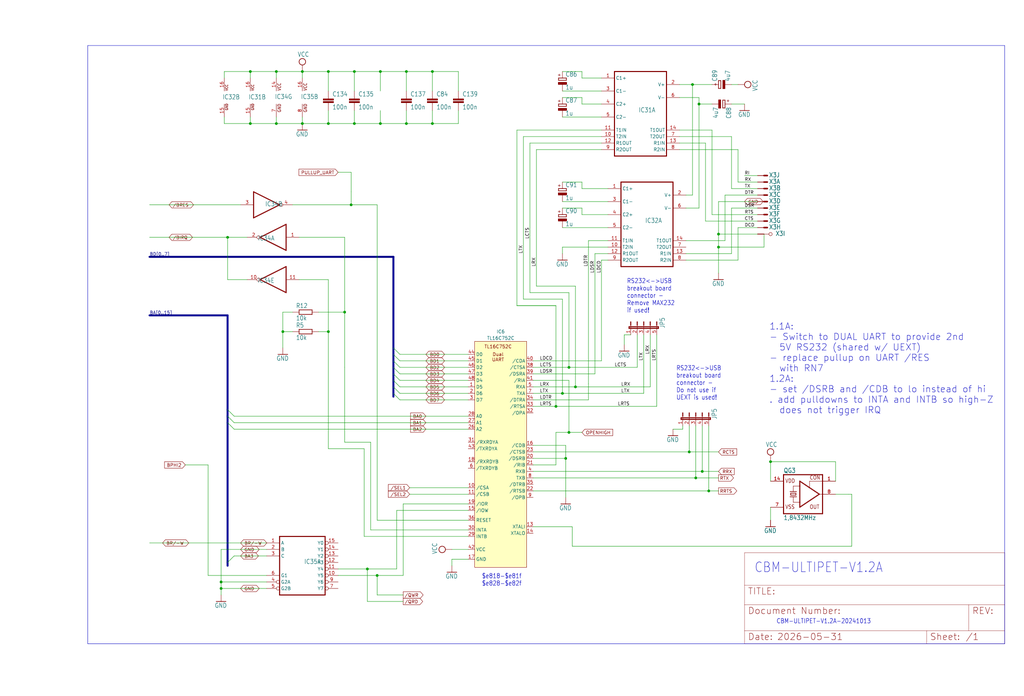
<source format=kicad_sch>
(kicad_sch (version 20231120) (generator "eeschema") (generator_version "8.0")
  (paper "User" 400 271.932)
  (junction (at 134.62 121.92))
  (junction (at 118.11 27.94))
  (junction (at 137.16 80.01))
  (junction (at 138.43 27.94))
  (junction (at 158.75 27.94))
  (junction (at 147.32 224.79))
  (junction (at 110.49 129.54))
  (junction (at 118.11 48.26))
  (junction (at 88.9 92.71))
  (junction (at 128.27 27.94))
  (junction (at 128.27 48.26))
  (junction (at 217.17 158.75))
  (junction (at 220.98 179.07))
  (junction (at 269.24 176.53))
  (junction (at 280.67 96.52))
  (junction (at 300.99 180.34))
  (junction (at 97.79 27.94))
  (junction (at 222.25 168.91))
  (junction (at 270.51 33.02))
  (junction (at 168.91 48.26))
  (junction (at 107.95 27.94))
  (junction (at 107.95 48.26))
  (junction (at 143.51 222.25))
  (junction (at 271.78 186.69))
  (junction (at 274.32 184.15))
  (junction (at 224.79 151.13))
  (junction (at 273.05 40.64))
  (junction (at 158.75 48.26))
  (junction (at 280.67 91.44))
  (junction (at 276.86 191.77))
  (junction (at 128.27 129.54))
  (junction (at 138.43 48.26))
  (junction (at 86.36 229.87))
  (junction (at 97.79 48.26))
  (junction (at 222.25 143.51))
  (junction (at 168.91 27.94))
  (junction (at 148.59 27.94))
  (junction (at 148.59 48.26))
  (junction (at 219.71 153.67))
  (junction (at 86.36 227.33))
  (bus_entry (at 153.67 143.51) (size 2.54 2.54))
  (bus_entry (at 153.67 148.59) (size 2.54 2.54))
  (bus_entry (at 153.67 140.97) (size 2.54 2.54))
  (bus_entry (at 153.67 135.89) (size 2.54 2.54))
  (bus_entry (at 153.67 138.43) (size 2.54 2.54))
  (bus_entry (at 153.67 146.05) (size 2.54 2.54))
  (bus_entry (at 88.9 165.1) (size 2.54 2.54))
  (bus_entry (at 88.9 160.02) (size 2.54 2.54))
  (bus_entry (at 153.67 151.13) (size 2.54 2.54))
  (bus_entry (at 88.9 162.56) (size 2.54 2.54))
  (bus_entry (at 88.9 219.71) (size 2.54 -2.54))
  (bus_entry (at 153.67 153.67) (size 2.54 2.54))
  (bus (pts (xy 153.67 138.43) (xy 153.67 140.97)) (stroke (width 0.762)))
  (wire (pts (xy 219.71 153.67) (xy 251.46 153.67)) (stroke (width 0.1524)))
  (wire (pts (xy 295.91 91.44) (xy 280.67 91.44)) (stroke (width 0.1524)))
  (wire (pts (xy 254 130.81) (xy 254 151.13)) (stroke (width 0.1524)))
  (wire (pts (xy 87.63 48.26) (xy 87.63 45.72)) (stroke (width 0.1524)))
  (wire (pts (xy 128.27 48.26) (xy 138.43 48.26)) (stroke (width 0.1524)))
  (wire (pts (xy 220.98 179.07) (xy 220.98 194.31)))
  (wire (pts (xy 217.17 168.91) (xy 217.17 181.61)))
  (wire (pts (xy 243.84 130.81) (xy 243.84 134.62)) (stroke (width 0.1524)))
  (wire (pts (xy 81.28 181.61) (xy 81.28 224.79)) (stroke (width 0.1524)))
  (wire (pts (xy 110.49 129.54) (xy 114.3 129.54)))
  (wire (pts (xy 148.59 35.56) (xy 148.59 27.94)) (stroke (width 0.1524)))
  (wire (pts (xy 256.54 130.81) (xy 256.54 158.75)) (stroke (width 0.1524)))
  (wire (pts (xy 234.95 101.6) (xy 234.95 140.97)))
  (wire (pts (xy 137.16 74.93) (xy 137.16 80.01)) (stroke (width 0.1524)))
  (wire (pts (xy 134.62 92.71) (xy 134.62 121.92)) (stroke (width 0.1524)))
  (bus (pts (xy 153.67 140.97) (xy 153.67 143.51)) (stroke (width 0.762)))
  (wire (pts (xy 156.21 148.59) (xy 182.88 148.59)))
  (wire (pts (xy 116.84 92.71) (xy 134.62 92.71)) (stroke (width 0.1524)))
  (wire (pts (xy 176.53 214.63) (xy 182.88 214.63)))
  (wire (pts (xy 207.01 114.3) (xy 207.01 55.88)) (stroke (width 0.1524)))
  (wire (pts (xy 87.63 27.94) (xy 87.63 30.48)) (stroke (width 0.1524)))
  (wire (pts (xy 104.14 212.09) (xy 58.42 212.09)) (stroke (width 0.1524)))
  (wire (pts (xy 224.79 111.76) (xy 209.55 111.76)) (stroke (width 0.1524)))
  (wire (pts (xy 128.27 35.56) (xy 128.27 27.94)) (stroke (width 0.1524)))
  (wire (pts (xy 118.11 48.26) (xy 128.27 48.26)) (stroke (width 0.1524)))
  (wire (pts (xy 148.59 27.94) (xy 158.75 27.94)) (stroke (width 0.1524)))
  (wire (pts (xy 332.74 213.36) (xy 332.74 193.04)))
  (wire (pts (xy 295.91 76.2) (xy 283.21 76.2)) (stroke (width 0.1524)))
  (wire (pts (xy 110.49 129.54) (xy 110.49 135.89)))
  (wire (pts (xy 179.07 27.94) (xy 179.07 35.56)) (stroke (width 0.1524)))
  (wire (pts (xy 104.14 229.87) (xy 86.36 229.87)) (stroke (width 0.1524)))
  (wire (pts (xy 176.53 218.44) (xy 182.88 218.44)))
  (wire (pts (xy 110.49 121.92) (xy 110.49 129.54)))
  (polyline (pts (xy 34.29 17.78) (xy 34.29 251.46)) (stroke (width 0.1524) (type solid)))
  (wire (pts (xy 132.08 224.79) (xy 147.32 224.79)) (stroke (width 0.1524)))
  (wire (pts (xy 267.97 99.06) (xy 285.75 99.06)) (stroke (width 0.1524)))
  (wire (pts (xy 229.87 93.98) (xy 229.87 149.86)) (stroke (width 0.1524)))
  (wire (pts (xy 96.52 92.71) (xy 88.9 92.71)) (stroke (width 0.1524)))
  (wire (pts (xy 288.29 101.6) (xy 288.29 88.9)) (stroke (width 0.1524)))
  (wire (pts (xy 86.36 227.33) (xy 86.36 229.87)) (stroke (width 0.1524)))
  (wire (pts (xy 160.02 193.04) (xy 182.88 193.04)))
  (wire (pts (xy 267.97 93.98) (xy 283.21 93.98)) (stroke (width 0.1524)))
  (wire (pts (xy 128.27 129.54) (xy 128.27 175.26)))
  (bus (pts (xy 88.9 165.1) (xy 88.9 219.71)) (stroke (width 0.762)))
  (wire (pts (xy 227.33 83.82) (xy 237.49 83.82)) (stroke (width 0.1524)))
  (bus (pts (xy 153.67 100.33) (xy 58.42 100.33)) (stroke (width 0.762)))
  (wire (pts (xy 300.99 180.34) (xy 300.99 187.96)) (stroke (width 0.1524)))
  (wire (pts (xy 96.52 109.22) (xy 88.9 109.22)))
  (wire (pts (xy 97.79 45.72) (xy 97.79 48.26)) (stroke (width 0.1524)))
  (bus (pts (xy 88.9 123.19) (xy 88.9 160.02)) (stroke (width 0.762)))
  (wire (pts (xy 182.88 203.2) (xy 147.32 203.2)))
  (wire (pts (xy 142.24 209.55) (xy 142.24 175.26)))
  (wire (pts (xy 156.21 143.51) (xy 182.88 143.51)))
  (wire (pts (xy 217.17 158.75) (xy 256.54 158.75)) (stroke (width 0.1524)))
  (bus (pts (xy 153.67 151.13) (xy 153.67 153.67)) (stroke (width 0.762)))
  (wire (pts (xy 246.38 130.81) (xy 243.84 130.81)) (stroke (width 0.1524)))
  (wire (pts (xy 137.16 80.01) (xy 114.3 80.01)) (stroke (width 0.1524)))
  (wire (pts (xy 147.32 224.79) (xy 157.48 224.79)) (stroke (width 0.1524)))
  (wire (pts (xy 219.71 96.52) (xy 219.71 99.06)) (stroke (width 0.1524)))
  (wire (pts (xy 224.79 111.76) (xy 224.79 151.13)) (stroke (width 0.1524)))
  (wire (pts (xy 91.44 162.56) (xy 182.88 162.56)))
  (wire (pts (xy 248.92 130.81) (xy 248.92 143.51)) (stroke (width 0.1524)))
  (wire (pts (xy 107.95 27.94) (xy 107.95 30.48)) (stroke (width 0.1524)))
  (wire (pts (xy 156.21 156.21) (xy 182.88 156.21)))
  (wire (pts (xy 273.05 40.64) (xy 273.05 81.28)) (stroke (width 0.1524)))
  (wire (pts (xy 118.11 30.48) (xy 118.11 27.94)) (stroke (width 0.1524)))
  (wire (pts (xy 182.88 207.01) (xy 144.78 207.01)))
  (wire (pts (xy 208.28 146.05) (xy 232.41 146.05)))
  (wire (pts (xy 265.43 38.1) (xy 273.05 38.1)) (stroke (width 0.1524)))
  (wire (pts (xy 219.71 27.94) (xy 227.33 27.94)) (stroke (width 0.1524)))
  (wire (pts (xy 138.43 48.26) (xy 148.59 48.26)) (stroke (width 0.1524)))
  (wire (pts (xy 227.33 81.28) (xy 227.33 83.82)) (stroke (width 0.1524)))
  (wire (pts (xy 156.21 140.97) (xy 182.88 140.97)))
  (wire (pts (xy 168.91 35.56) (xy 168.91 27.94)) (stroke (width 0.1524)))
  (wire (pts (xy 234.95 101.6) (xy 237.49 101.6)) (stroke (width 0.1524)))
  (wire (pts (xy 208.28 140.97) (xy 234.95 140.97)))
  (wire (pts (xy 147.32 224.79) (xy 147.32 232.41)) (stroke (width 0.1524)))
  (wire (pts (xy 209.55 111.76) (xy 209.55 58.42)) (stroke (width 0.1524)))
  (wire (pts (xy 160.02 190.5) (xy 182.88 190.5)))
  (wire (pts (xy 138.43 27.94) (xy 148.59 27.94)) (stroke (width 0.1524)))
  (wire (pts (xy 134.62 121.92) (xy 134.62 143.51)) (stroke (width 0.1524)))
  (wire (pts (xy 280.67 78.74) (xy 280.67 91.44)) (stroke (width 0.1524)))
  (wire (pts (xy 158.75 27.94) (xy 168.91 27.94)) (stroke (width 0.1524)))
  (wire (pts (xy 201.93 119.38) (xy 217.17 119.38)))
  (wire (pts (xy 298.45 96.52) (xy 280.67 96.52)) (stroke (width 0.1524)))
  (wire (pts (xy 290.83 68.58) (xy 295.91 68.58)) (stroke (width 0.1524)))
  (wire (pts (xy 158.75 27.94) (xy 158.75 35.56)) (stroke (width 0.1524)))
  (wire (pts (xy 251.46 153.67) (xy 251.46 130.81)) (stroke (width 0.1524)))
  (wire (pts (xy 219.71 81.28) (xy 227.33 81.28)) (stroke (width 0.1524)))
  (wire (pts (xy 128.27 27.94) (xy 138.43 27.94)) (stroke (width 0.1524)))
  (wire (pts (xy 219.71 78.74) (xy 237.49 78.74)) (stroke (width 0.1524)))
  (wire (pts (xy 298.45 91.44) (xy 298.45 96.52)) (stroke (width 0.1524)))
  (wire (pts (xy 227.33 71.12) (xy 227.33 73.66)) (stroke (width 0.1524)))
  (wire (pts (xy 208.28 179.07) (xy 220.98 179.07)))
  (wire (pts (xy 288.29 71.12) (xy 288.29 58.42)) (stroke (width 0.1524)))
  (wire (pts (xy 274.32 184.15) (xy 274.32 166.37)))
  (wire (pts (xy 168.91 27.94) (xy 179.07 27.94)) (stroke (width 0.1524)))
  (wire (pts (xy 158.75 48.26) (xy 168.91 48.26)) (stroke (width 0.1524)))
  (wire (pts (xy 265.43 53.34) (xy 285.75 53.34)) (stroke (width 0.1524)))
  (wire (pts (xy 227.33 73.66) (xy 237.49 73.66)) (stroke (width 0.1524)))
  (wire (pts (xy 220.98 173.99) (xy 220.98 179.07)))
  (wire (pts (xy 219.71 71.12) (xy 227.33 71.12)) (stroke (width 0.1524)))
  (wire (pts (xy 204.47 53.34) (xy 234.95 53.34)) (stroke (width 0.1524)))
  (wire (pts (xy 93.98 80.01) (xy 58.42 80.01)) (stroke (width 0.1524)))
  (bus (pts (xy 153.67 135.89) (xy 153.67 138.43)) (stroke (width 0.762)))
  (wire (pts (xy 222.25 148.59) (xy 222.25 168.91)))
  (wire (pts (xy 156.21 138.43) (xy 182.88 138.43)))
  (wire (pts (xy 274.32 184.15) (xy 280.67 184.15)))
  (wire (pts (xy 295.91 71.12) (xy 288.29 71.12)) (stroke (width 0.1524)))
  (wire (pts (xy 97.79 30.48) (xy 97.79 27.94)) (stroke (width 0.1524)))
  (wire (pts (xy 118.11 48.26) (xy 107.95 48.26)) (stroke (width 0.1524)))
  (wire (pts (xy 265.43 58.42) (xy 288.29 58.42)) (stroke (width 0.1524)))
  (wire (pts (xy 132.08 222.25) (xy 143.51 222.25)) (stroke (width 0.1524)))
  (wire (pts (xy 88.9 92.71) (xy 58.42 92.71)) (stroke (width 0.1524)))
  (bus (pts (xy 88.9 219.71) (xy 88.9 220.98)) (stroke (width 0.762)))
  (wire (pts (xy 278.13 83.82) (xy 278.13 50.8)) (stroke (width 0.1524)))
  (wire (pts (xy 300.99 180.34) (xy 326.39 180.34)) (stroke (width 0.1524)))
  (wire (pts (xy 219.71 45.72) (xy 234.95 45.72)) (stroke (width 0.1524)))
  (bus (pts (xy 153.67 100.33) (xy 153.67 135.89)) (stroke (width 0.762)))
  (wire (pts (xy 300.99 198.12) (xy 300.99 203.2)) (stroke (width 0.1524)))
  (wire (pts (xy 204.47 53.34) (xy 204.47 116.84)) (stroke (width 0.1524)))
  (wire (pts (xy 266.7 167.64) (xy 266.7 166.37)))
  (wire (pts (xy 147.32 80.01) (xy 137.16 80.01)))
  (wire (pts (xy 128.27 43.18) (xy 128.27 48.26)) (stroke (width 0.1524)))
  (wire (pts (xy 331.47 193.04) (xy 332.74 193.04)))
  (wire (pts (xy 91.44 167.64) (xy 182.88 167.64)))
  (polyline (pts (xy 392.43 251.46) (xy 392.43 17.78)) (stroke (width 0.1524) (type solid)))
  (wire (pts (xy 138.43 48.26) (xy 138.43 43.18)) (stroke (width 0.1524)))
  (wire (pts (xy 148.59 48.26) (xy 158.75 48.26)) (stroke (width 0.1524)))
  (wire (pts (xy 208.28 148.59) (xy 222.25 148.59)))
  (wire (pts (xy 118.11 27.94) (xy 107.95 27.94)) (stroke (width 0.1524)))
  (wire (pts (xy 275.59 86.36) (xy 275.59 55.88)) (stroke (width 0.1524)))
  (wire (pts (xy 222.25 168.91) (xy 227.33 168.91)))
  (wire (pts (xy 295.91 83.82) (xy 278.13 83.82)) (stroke (width 0.1524)))
  (wire (pts (xy 72.39 181.61) (xy 81.28 181.61)) (stroke (width 0.1524)))
  (wire (pts (xy 208.28 181.61) (xy 217.17 181.61)))
  (wire (pts (xy 295.91 86.36) (xy 275.59 86.36)) (stroke (width 0.1524)))
  (polyline (pts (xy 392.43 17.78) (xy 34.29 17.78)) (stroke (width 0.1524) (type solid)))
  (wire (pts (xy 280.67 96.52) (xy 280.67 106.68)) (stroke (width 0.1524)))
  (wire (pts (xy 208.28 158.75) (xy 214.63 158.75)))
  (wire (pts (xy 288.29 33.02) (xy 285.75 33.02)) (stroke (width 0.1524)))
  (wire (pts (xy 207.01 55.88) (xy 234.95 55.88)) (stroke (width 0.1524)))
  (wire (pts (xy 288.29 88.9) (xy 295.91 88.9)) (stroke (width 0.1524)))
  (wire (pts (xy 179.07 48.26) (xy 179.07 43.18)) (stroke (width 0.1524)))
  (wire (pts (xy 273.05 81.28) (xy 267.97 81.28)) (stroke (width 0.1524)))
  (wire (pts (xy 208.28 205.74) (xy 223.52 205.74)))
  (wire (pts (xy 237.49 96.52) (xy 219.71 96.52)) (stroke (width 0.1524)))
  (wire (pts (xy 280.67 91.44) (xy 280.67 96.52)) (stroke (width 0.1524)))
  (bus (pts (xy 88.9 160.02) (xy 88.9 162.56)) (stroke (width 0.762)))
  (wire (pts (xy 209.55 58.42) (xy 234.95 58.42)) (stroke (width 0.1524)))
  (wire (pts (xy 269.24 176.53) (xy 269.24 166.37)))
  (wire (pts (xy 201.93 119.38) (xy 217.17 119.38)) (stroke (width 0.1524)))
  (wire (pts (xy 147.32 232.41) (xy 157.48 232.41)) (stroke (width 0.1524)))
  (wire (pts (xy 232.41 99.06) (xy 237.49 99.06)) (stroke (width 0.1524)))
  (wire (pts (xy 267.97 76.2) (xy 270.51 76.2)) (stroke (width 0.1524)))
  (wire (pts (xy 107.95 27.94) (xy 97.79 27.94)) (stroke (width 0.1524)))
  (wire (pts (xy 156.21 151.13) (xy 182.88 151.13)))
  (wire (pts (xy 107.95 48.26) (xy 97.79 48.26)) (stroke (width 0.1524)))
  (wire (pts (xy 88.9 109.22) (xy 88.9 92.71)))
  (wire (pts (xy 283.21 76.2) (xy 283.21 93.98)) (stroke (width 0.1524)))
  (wire (pts (xy 182.88 209.55) (xy 142.24 209.55)))
  (wire (pts (xy 86.36 214.63) (xy 86.36 227.33)) (stroke (width 0.1524)))
  (wire (pts (xy 222.25 143.51) (xy 248.92 143.51)) (stroke (width 0.1524)))
  (wire (pts (xy 285.75 40.64) (xy 290.83 40.64)) (stroke (width 0.1524)))
  (wire (pts (xy 208.28 143.51) (xy 222.25 143.51)))
  (polyline (pts (xy 34.29 251.46) (xy 392.43 251.46)) (stroke (width 0.1524) (type solid)))
  (wire (pts (xy 224.79 151.13) (xy 254 151.13)) (stroke (width 0.1524)))
  (wire (pts (xy 143.51 222.25) (xy 143.51 234.95)) (stroke (width 0.1524)))
  (wire (pts (xy 295.91 73.66) (xy 285.75 73.66)) (stroke (width 0.1524)))
  (wire (pts (xy 229.87 156.21) (xy 229.87 149.86)))
  (wire (pts (xy 222.25 143.51) (xy 222.25 114.3)) (stroke (width 0.1524)))
  (wire (pts (xy 207.01 114.3) (xy 222.25 114.3)) (stroke (width 0.1524)))
  (wire (pts (xy 285.75 81.28) (xy 285.75 99.06)) (stroke (width 0.1524)))
  (wire (pts (xy 265.43 55.88) (xy 275.59 55.88)) (stroke (width 0.1524)))
  (wire (pts (xy 227.33 40.64) (xy 234.95 40.64)) (stroke (width 0.1524)))
  (wire (pts (xy 142.24 175.26) (xy 128.27 175.26)))
  (wire (pts (xy 326.39 180.34) (xy 326.39 187.96)) (stroke (width 0.1524)))
  (wire (pts (xy 219.71 35.56) (xy 234.95 35.56)) (stroke (width 0.1524)))
  (wire (pts (xy 201.93 50.8) (xy 201.93 119.38)) (stroke (width 0.1524)))
  (wire (pts (xy 223.52 205.74) (xy 223.52 213.36)))
  (wire (pts (xy 201.93 50.8) (xy 234.95 50.8)) (stroke (width 0.1524)))
  (wire (pts (xy 219.71 38.1) (xy 227.33 38.1)) (stroke (width 0.1524)))
  (wire (pts (xy 91.44 217.17) (xy 104.14 217.17)) (stroke (width 0.1524)))
  (wire (pts (xy 204.47 116.84) (xy 219.71 116.84)) (stroke (width 0.1524)))
  (wire (pts (xy 229.87 93.98) (xy 237.49 93.98)) (stroke (width 0.1524)))
  (wire (pts (xy 227.33 38.1) (xy 227.33 40.64)) (stroke (width 0.1524)))
  (bus (pts (xy 88.9 162.56) (xy 88.9 165.1)) (stroke (width 0.762)))
  (wire (pts (xy 219.71 116.84) (xy 219.71 153.67)) (stroke (width 0.1524)))
  (wire (pts (xy 276.86 191.77) (xy 276.86 166.37)))
  (wire (pts (xy 208.28 151.13) (xy 224.79 151.13)) (stroke (width 0.1524)))
  (wire (pts (xy 86.36 229.87) (xy 86.36 232.41)) (stroke (width 0.1524)))
  (wire (pts (xy 176.53 218.44) (xy 176.53 220.98)) (stroke (width 0.1524)))
  (wire (pts (xy 217.17 168.91) (xy 222.25 168.91)))
  (wire (pts (xy 118.11 45.72) (xy 118.11 48.26)) (stroke (width 0.1524)))
  (wire (pts (xy 270.51 33.02) (xy 265.43 33.02)) (stroke (width 0.1524)))
  (wire (pts (xy 138.43 27.94) (xy 138.43 35.56)) (stroke (width 0.1524)))
  (wire (pts (xy 295.91 81.28) (xy 285.75 81.28)) (stroke (width 0.1524)))
  (wire (pts (xy 285.75 73.66) (xy 285.75 53.34)) (stroke (width 0.1524)))
  (wire (pts (xy 182.88 196.85) (xy 157.48 196.85)))
  (wire (pts (xy 331.47 193.04) (xy 326.39 193.04)) (stroke (width 0.1524)))
  (wire (pts (xy 143.51 222.25) (xy 154.94 222.25)) (stroke (width 0.1524)))
  (wire (pts (xy 157.48 196.85) (xy 157.48 224.79)))
  (wire (pts (xy 270.51 76.2) (xy 270.51 33.02)) (stroke (width 0.1524)))
  (wire (pts (xy 81.28 224.79) (xy 104.14 224.79)) (stroke (width 0.1524)))
  (wire (pts (xy 271.78 186.69) (xy 280.67 186.69)))
  (wire (pts (xy 168.91 48.26) (xy 179.07 48.26)) (stroke (width 0.1524)))
  (wire (pts (xy 208.28 186.69) (xy 271.78 186.69)))
  (wire (pts (xy 144.78 207.01) (xy 144.78 172.72)))
  (wire (pts (xy 147.32 203.2) (xy 147.32 80.01)))
  (wire (pts (xy 91.44 165.1) (xy 182.88 165.1)))
  (wire (pts (xy 168.91 43.18) (xy 168.91 48.26)) (stroke (width 0.1524)))
  (wire (pts (xy 143.51 234.95) (xy 157.48 234.95)) (stroke (width 0.1524)))
  (wire (pts (xy 116.84 109.22) (xy 128.27 109.22)))
  (wire (pts (xy 262.89 167.64) (xy 266.7 167.64)))
  (wire (pts (xy 223.52 213.36) (xy 332.74 213.36)))
  (wire (pts (xy 227.33 30.48) (xy 234.95 30.48)) (stroke (width 0.1524)))
  (wire (pts (xy 132.08 67.31) (xy 137.16 67.31)))
  (wire (pts (xy 214.63 158.75) (xy 217.17 158.75)) (stroke (width 0.1524)))
  (wire (pts (xy 118.11 27.94) (xy 128.27 27.94)) (stroke (width 0.1524)))
  (wire (pts (xy 232.41 99.06) (xy 232.41 146.05)) (stroke (width 0.1524)))
  (wire (pts (xy 270.51 33.02) (xy 278.13 33.02)) (stroke (width 0.1524)))
  (bus (pts (xy 153.67 148.59) (xy 153.67 151.13)) (stroke (width 0.762)))
  (bus (pts (xy 88.9 123.19) (xy 58.42 123.19)) (stroke (width 0.762)))
  (wire (pts (xy 217.17 119.38) (xy 217.17 158.75)))
  (wire (pts (xy 208.28 153.67) (xy 219.71 153.67)))
  (wire (pts (xy 208.28 173.99) (xy 220.98 173.99)))
  (wire (pts (xy 86.36 214.63) (xy 104.14 214.63)) (stroke (width 0.1524)))
  (wire (pts (xy 156.21 146.05) (xy 182.88 146.05)))
  (wire (pts (xy 137.16 67.31) (xy 137.16 74.93)))
  (wire (pts (xy 154.94 199.39) (xy 154.94 222.25)) (stroke (width 0.1524)))
  (wire (pts (xy 148.59 43.18) (xy 148.59 48.26)) (stroke (width 0.1524)))
  (wire (pts (xy 134.62 143.51) (xy 134.62 172.72)))
  (wire (pts (xy 273.05 38.1) (xy 273.05 40.64)) (stroke (width 0.1524)))
  (wire (pts (xy 276.86 191.77) (xy 280.67 191.77)))
  (bus (pts (xy 153.67 153.67) (xy 153.67 154.94)) (stroke (width 0.762)))
  (wire (pts (xy 97.79 27.94) (xy 87.63 27.94)) (stroke (width 0.1524)))
  (wire (pts (xy 208.28 176.53) (xy 269.24 176.53)))
  (wire (pts (xy 271.78 186.69) (xy 271.78 166.37)))
  (wire (pts (xy 128.27 109.22) (xy 128.27 129.54)))
  (wire (pts (xy 269.24 176.53) (xy 280.67 176.53)))
  (wire (pts (xy 144.78 172.72) (xy 134.62 172.72)))
  (wire (pts (xy 124.46 129.54) (xy 128.27 129.54)))
  (bus (pts (xy 153.67 146.05) (xy 153.67 148.59)) (stroke (width 0.762)))
  (wire (pts (xy 273.05 40.64) (xy 278.13 40.64)) (stroke (width 0.1524)))
  (bus (pts (xy 153.67 143.51) (xy 153.67 146.05)) (stroke (width 0.762)))
  (wire (pts (xy 156.21 153.67) (xy 182.88 153.67)))
  (wire (pts (xy 208.28 156.21) (xy 229.87 156.21)))
  (wire (pts (xy 219.71 88.9) (xy 237.49 88.9)) (stroke (width 0.1524)))
  (wire (pts (xy 295.91 78.74) (xy 280.67 78.74)) (stroke (width 0.1524)))
  (wire (pts (xy 107.95 48.26) (xy 107.95 45.72)) (stroke (width 0.1524)))
  (wire (pts (xy 86.36 227.33) (xy 104.14 227.33)))
  (wire (pts (xy 227.33 27.94) (xy 227.33 30.48)) (stroke (width 0.1524)))
  (wire (pts (xy 208.28 191.77) (xy 276.86 191.77)))
  (wire (pts (xy 267.97 101.6) (xy 288.29 101.6)) (stroke (width 0.1524)))
  (wire (pts (xy 208.28 184.15) (xy 274.32 184.15)))
  (wire (pts (xy 182.88 199.39) (xy 154.94 199.39)))
  (wire (pts (xy 158.75 48.26) (xy 158.75 43.18)) (stroke (width 0.1524)))
  (wire (pts (xy 265.43 50.8) (xy 278.13 50.8)) (stroke (width 0.1524)))
  (wire (pts (xy 97.79 48.26) (xy 87.63 48.26)) (stroke (width 0.1524)))
  (wire (pts (xy 124.46 121.92) (xy 134.62 121.92)))
  (wire (pts (xy 114.3 121.92) (xy 110.49 121.92)))
  (text "CBM-ULTIPET-V1.2A\n" (at 294.64 224.028 0) (effects (font (size 3.81 3.2385)) (justify left bottom)))
  (text "RS232<->USB\nbreakout board\nconnector -\nDo not use if\nUEXT is used!\n" (at 264.16 156.464 0) (effects (font (size 1.778 1.5113)) (justify left bottom)))
  (text "$e818-$e81f\n$e828-$e82f" (at 188.214 229.108 0) (effects (font (size 1.778 1.5113)) (justify left bottom)))
  (text "CBM-ULTIPET-V1.2A-20241013\n" (at 303.276 243.84 0) (effects (font (size 1.778 1.5113)) (justify left bottom)))
  (text "1.1A:\n- Switch to DUAL UART to provide 2nd\n  5V RS232 (shared w/ UEXT)\n- replace pullup on UART /RES \n  with RN7\n1.2A:\n- set /DSRB and /CDB to lo instead of hi\n. add pulldowns to INTA and INTB so high-Z\n  does not trigger IRQ" (at 300.482 144.018 0) (effects (font (size 2.54 2.54)) (justify left)))
  (text "RS232<->USB\nbreakout board\nconnector -\nRemove MAX232\nif used!\n" (at 244.856 122.428 0) (effects (font (size 1.778 1.5113)) (justify left bottom)))
  (label "LDSR" (at 210.82 146.05 0))
  (label "LRTS" (at 241.3 158.75 0))
  (label "RI" (at 290.83 68.58 0) (effects (font (size 1.2446 1.2446))))
  (label "BA[0..15]" (at 58.42 123.19 0) (effects (font (size 1.2446 1.2446))))
  (label "LDTR" (at 210.82 156.21 0))
  (label "RTS" (at 290.83 83.82 0) (effects (font (size 1.2446 1.2446))))
  (label "LDCD" (at 234.95 106.68 90) (effects (font (size 1.2446 1.2446))))
  (label "LRX" (at 242.57 151.13 0))
  (label "DCD" (at 290.83 88.9 0) (effects (font (size 1.2446 1.2446))))
  (label "LTX" (at 204.47 99.06 90) (effects (font (size 1.2446 1.2446))))
  (label "LDTR" (at 229.87 104.14 90) (effects (font (size 1.2446 1.2446))))
  (label "CTS" (at 290.83 86.36 0) (effects (font (size 1.2446 1.2446))))
  (label "LRTS" (at 210.82 158.75 0))
  (label "LTX" (at 251.46 140.97 90))
  (label "RX" (at 290.83 71.12 0) (effects (font (size 1.2446 1.2446))))
  (label "LTX" (at 242.57 153.67 0))
  (label "LRX" (at 254 138.43 90))
  (label "LCTS" (at 210.82 143.51 0))
  (label "DSR" (at 290.83 81.28 0) (effects (font (size 1.2446 1.2446))))
  (label "LCTS" (at 240.03 143.51 0))
  (label "LRX" (at 210.82 151.13 0))
  (label "LDCD" (at 210.82 140.97 0))
  (label "DTR" (at 290.83 76.2 0) (effects (font (size 1.2446 1.2446))))
  (label "BD[0..7]" (at 58.42 100.33 0) (effects (font (size 1.2446 1.2446))))
  (label "LTX" (at 210.82 153.67 0))
  (label "LDSR" (at 232.41 106.68 90) (effects (font (size 1.2446 1.2446))))
  (label "LCTS" (at 207.01 93.345 90) (effects (font (size 1.2446 1.2446))))
  (label "TX" (at 290.83 73.66 0) (effects (font (size 1.2446 1.2446))))
  (label "LRX" (at 209.55 104.14 90) (effects (font (size 1.2446 1.2446))))
  (label "LRTS" (at 256.54 140.97 90))
  (global_label "BA1" (shape input) (at 166.37 165.1 180) (property "Intersheetrefs" "${INTERSHEET_REFS}" (effects (hide yes))))
  (global_label "PULLUP_UART" (shape input) (at 132.08 67.31 180) (property "Intersheetrefs" "${INTERSHEET_REFS}" (effects (hide yes))))
  (global_label "{slash}QRD" (shape output) (at 157.48 234.95 0) (property "Intersheetrefs" "${INTERSHEET_REFS}" (effects (hide yes))))
  (global_label "GND" (shape bidirectional) (at 93.98 214.63 0) (effects (font (size 1.2446 1.2446))) (property "Intersheetrefs" "${INTERSHEET_REFS}" (effects (hide yes))))
  (global_label "BD0" (shape bidirectional) (at 166.37 138.43 0) (property "Intersheetrefs" "${INTERSHEET_REFS}" (effects (hide yes))))
  (global_label "BA3" (shape bidirectional) (at 93.98 217.17 0) (effects (font (size 1.2446 1.2446))) (property "Intersheetrefs" "${INTERSHEET_REFS}" (effects (hide yes))))
  (global_label "BA0" (shape input) (at 166.37 162.56 180) (property "Intersheetrefs" "${INTERSHEET_REFS}" (effects (hide yes))))
  (global_label "BD1" (shape bidirectional) (at 166.37 140.97 0) (property "Intersheetrefs" "${INTERSHEET_REFS}" (effects (hide yes))))
  (global_label "BR/-W" (shape bidirectional) (at 93.98 212.09 0) (effects (font (size 1.2446 1.2446))) (property "Intersheetrefs" "${INTERSHEET_REFS}" (effects (hide yes))))
  (global_label "RRX" (shape input) (at 280.67 184.15 0) (property "Intersheetrefs" "${INTERSHEET_REFS}" (effects (hide yes))))
  (global_label "/BIRQ" (shape bidirectional) (at 66.04 92.71 0) (effects (font (size 1.2446 1.2446))) (property "Intersheetrefs" "${INTERSHEET_REFS}" (effects (hide yes))))
  (global_label "{slash}SEL1" (shape input) (at 160.02 190.5 180) (property "Intersheetrefs" "${INTERSHEET_REFS}" (effects (hide yes))))
  (global_label "RRTS" (shape output) (at 280.67 191.77 0) (property "Intersheetrefs" "${INTERSHEET_REFS}" (effects (hide yes))))
  (global_label "BD3" (shape bidirectional) (at 166.37 146.05 0) (property "Intersheetrefs" "${INTERSHEET_REFS}" (effects (hide yes))))
  (global_label "BA2" (shape input) (at 166.37 167.64 180) (property "Intersheetrefs" "${INTERSHEET_REFS}" (effects (hide yes))))
  (global_label "BPHI2" (shape input) (at 72.39 181.61 180) (property "Intersheetrefs" "${INTERSHEET_REFS}" (effects (hide yes))))
  (global_label "GND" (shape bidirectional) (at 290.83 78.74 0) (effects (font (size 1.2446 1.2446))) (property "Intersheetrefs" "${INTERSHEET_REFS}" (effects (hide yes))))
  (global_label "RTX" (shape output) (at 280.67 186.69 0) (property "Intersheetrefs" "${INTERSHEET_REFS}" (effects (hide yes))))
  (global_label "BD5" (shape bidirectional) (at 166.37 151.13 0) (property "Intersheetrefs" "${INTERSHEET_REFS}" (effects (hide yes))))
  (global_label "BD2" (shape bidirectional) (at 166.37 143.51 0) (property "Intersheetrefs" "${INTERSHEET_REFS}" (effects (hide yes))))
  (global_label "BD6" (shape bidirectional) (at 166.37 153.67 0) (property "Intersheetrefs" "${INTERSHEET_REFS}" (effects (hide yes))))
  (global_label "BR/-W" (shape bidirectional) (at 63.5 212.09 0) (effects (font (size 1.2446 1.2446))) (property "Intersheetrefs" "${INTERSHEET_REFS}" (effects (hide yes))))
  (global_label "BD4" (shape bidirectional) (at 166.37 148.59 0) (property "Intersheetrefs" "${INTERSHEET_REFS}" (effects (hide yes))))
  (global_label "GND" (shape bidirectional) (at 93.98 229.87 0) (effects (font (size 1.2446 1.2446))) (property "Intersheetrefs" "${INTERSHEET_REFS}" (effects (hide yes))))
  (global_label "BD7" (shape bidirectional) (at 166.37 156.21 0) (property "Intersheetrefs" "${INTERSHEET_REFS}" (effects (hide yes))))
  (global_label "{slash}SEL2" (shape input) (at 160.02 193.04 180) (property "Intersheetrefs" "${INTERSHEET_REFS}" (effects (hide yes))))
  (global_label "OPENHIGH" (shape input) (at 227.33 168.91 0) (property "Intersheetrefs" "${INTERSHEET_REFS}" (effects (hide yes))))
  (global_label "{slash}QWR" (shape output) (at 157.48 232.41 0) (property "Intersheetrefs" "${INTERSHEET_REFS}" (effects (hide yes))))
  (global_label "RCTS" (shape input) (at 280.67 176.53 0) (property "Intersheetrefs" "${INTERSHEET_REFS}" (effects (hide yes))))
  (global_label "/BRES" (shape bidirectional) (at 66.04 80.01 0) (effects (font (size 1.2446 1.2446))) (property "Intersheetrefs" "${INTERSHEET_REFS}" (effects (hide yes))))
  (symbol (lib_id "cbm_ultipet_v1-eagle-import:M09HPS") (at 298.45 78.74 0) (unit 4)
    (property "Reference" "X3" (at 300.355 79.502 0) (effects (font (size 1.778 1.5113)) (justify left bottom)))
    (property "Value" "M09HPS" (effects (hide yes)))
    (property "Footprint" "cbm_ultipet_v1:M09HP" (effects (hide yes)))
  )
  (symbol (lib_id "cbm_ultipet_v1-eagle-import:JP5") (at 289.56 171.45 0) (unit 1)
    (property "Reference" "U$2" (effects (hide yes)))
    (property "Value" "JP5" (at 280.035 163.83 90) (effects (font (size 1.778 1.5113)) (justify left bottom)))
    (property "Footprint" "cbm_ultipet_v1:JP5" (effects (hide yes)))
  )
  (symbol (lib_id "cbm_ultipet_v1-eagle-import:CPOL-EUE2.5-6") (at 219.71 30.48 0) (unit 1)
    (property "Reference" "C86" (at 220.853 29.9974 0) (effects (font (size 1.778 1.5113)) (justify left bottom)))
    (property "Value" "1u" (at 220.853 35.0774 0) (effects (font (size 1.778 1.5113)) (justify left bottom)))
    (property "Footprint" "cbm_ultipet_v1:E2,5-6" (effects (hide yes)))
  )
  (symbol (lib_id "cbm_ultipet_v1-eagle-import:R-EU_0207/10") (at 119.38 129.54 0) (unit 1)
    (property "Reference" "R5" (at 115.57 128.0414 0) (effects (font (size 1.778 1.5113)) (justify left bottom)))
    (property "Value" "10k" (at 115.57 132.842 0) (effects (font (size 1.778 1.5113)) (justify left bottom)))
    (property "Footprint" "cbm_ultipet_v1:0207_10" (effects (hide yes)))
  )
  (symbol (lib_id "cbm_ultipet_v1-eagle-import:M09HPS") (at 298.45 68.58 0) (unit 10)
    (property "Reference" "X3" (at 300.355 69.342 0) (effects (font (size 1.778 1.5113)) (justify left bottom)))
    (property "Value" "M09HPS" (effects (hide yes)))
    (property "Footprint" "cbm_ultipet_v1:M09HP" (effects (hide yes)))
  )
  (symbol (lib_id "cbm_ultipet_v1-eagle-import:GND") (at 262.89 170.18 0) (unit 1)
    (property "Reference" "#GND040" (effects (hide yes)))
    (property "Value" "GND" (at 260.35 172.72 0) (effects (font (size 1.778 1.5113)) (justify left bottom)))
  )
  (symbol (lib_id "cbm_ultipet_v1-eagle-import:CPOL-EUE2.5-6") (at 219.71 73.66 0) (unit 1)
    (property "Reference" "C91" (at 220.853 73.1774 0) (effects (font (size 1.778 1.5113)) (justify left bottom)))
    (property "Value" "1u" (at 220.853 78.2574 0) (effects (font (size 1.778 1.5113)) (justify left bottom)))
    (property "Footprint" "cbm_ultipet_v1:E2,5-6" (effects (hide yes)))
  )
  (symbol (lib_id "cbm_ultipet_v1-eagle-import:GND") (at 280.67 109.22 0) (unit 1)
    (property "Reference" "#GND089" (effects (hide yes)))
    (property "Value" "GND" (at 278.13 111.76 0) (effects (font (size 1.778 1.5113)) (justify left bottom)))
  )
  (symbol (lib_id "cbm_ultipet_v1-eagle-import:CPOL-EUE2.5-6") (at 283.21 40.64 270) (unit 1)
    (property "Reference" "C88" (at 283.6926 41.783 0) (effects (font (size 1.778 1.5113)) (justify left bottom)))
    (property "Value" "4u7" (at 278.6126 41.783 0) (effects (font (size 1.778 1.5113)) (justify left bottom)))
    (property "Footprint" "cbm_ultipet_v1:E2,5-6" (effects (hide yes)))
  )
  (symbol (lib_id "cbm_ultipet_v1-eagle-import:C-EU025-024X044") (at 128.27 38.1 0) (unit 1)
    (property "Reference" "C134" (at 129.794 37.719 0) (effects (font (size 1.778 1.5113)) (justify left bottom)))
    (property "Value" "100n" (at 129.794 42.799 0) (effects (font (size 1.778 1.5113)) (justify left bottom)))
    (property "Footprint" "cbm_ultipet_v1:C025-024X044" (effects (hide yes)))
  )
  (symbol (lib_id "cbm_ultipet_v1-eagle-import:GND") (at 220.98 196.85 0) (unit 1)
    (property "Reference" "#GND0143" (effects (hide yes)))
    (property "Value" "GND" (at 218.44 199.39 0) (effects (font (size 1.778 1.5113)) (justify left bottom)))
  )
  (symbol (lib_id "cbm_ultipet_v1-eagle-import:MAX232") (at 252.73 86.36 0) (unit 1)
    (property "Reference" "IC32" (at 251.968 87.122 0) (effects (font (size 1.778 1.5113)) (justify left bottom)))
    (property "Value" "MAX232" (effects (hide yes)))
    (property "Footprint" "cbm_ultipet_v1:DIL16" (effects (hide yes)))
  )
  (symbol (lib_id "cbm_ultipet_v1-eagle-import:GND") (at 243.84 137.16 0) (unit 1)
    (property "Reference" "#GND0133" (effects (hide yes)))
    (property "Value" "GND" (at 241.3 139.7 0) (effects (font (size 1.778 1.5113)) (justify left bottom)))
  )
  (symbol (lib_id "cbm_ultipet_v1-eagle-import:VCC") (at 300.99 177.8 0) (unit 1)
    (property "Reference" "#V046" (effects (hide yes)))
    (property "Value" "VCC" (at 299.085 174.625 0) (effects (font (size 1.778 1.5113)) (justify left bottom)))
  )
  (symbol (lib_id "cbm_ultipet_v1-eagle-import:M09HPS") (at 298.45 76.2 0) (unit 3)
    (property "Reference" "X3" (at 300.355 76.962 0) (effects (font (size 1.778 1.5113)) (justify left bottom)))
    (property "Value" "M09HPS" (effects (hide yes)))
    (property "Footprint" "cbm_ultipet_v1:M09HP" (effects (hide yes)))
  )
  (symbol (lib_id "cbm_ultipet_v1-eagle-import:JP5") (at 269.24 135.89 0) (unit 1)
    (property "Reference" "U$27" (effects (hide yes)))
    (property "Value" "JP5" (at 259.715 128.27 90) (effects (font (size 1.778 1.5113)) (justify left bottom)))
    (property "Footprint" "cbm_ultipet_v1:JP5" (effects (hide yes)))
  )
  (symbol (lib_id "cbm_ultipet_v1-eagle-import:C-EU025-024X044") (at 179.07 38.1 0) (unit 1)
    (property "Reference" "C139" (at 180.594 37.719 0) (effects (font (size 1.778 1.5113)) (justify left bottom)))
    (property "Value" "100n" (at 180.594 42.799 0) (effects (font (size 1.778 1.5113)) (justify left bottom)))
    (property "Footprint" "cbm_ultipet_v1:C025-024X044" (effects (hide yes)))
  )
  (symbol (lib_id "cbm_ultipet_v1-eagle-import:GND") (at 118.11 50.8 0) (unit 1)
    (property "Reference" "#GND0110" (effects (hide yes)))
    (property "Value" "GND" (at 115.57 53.34 0) (effects (font (size 1.778 1.5113)) (justify left bottom)))
  )
  (symbol (lib_id "cbm_ultipet_v1-eagle-import:M09HPS") (at 298.45 71.12 0) (unit 1)
    (property "Reference" "X3" (at 300.355 71.882 0) (effects (font (size 1.778 1.5113)) (justify left bottom)))
    (property "Value" "M09HPS" (effects (hide yes)))
    (property "Footprint" "cbm_ultipet_v1:M09HP" (effects (hide yes)))
  )
  (symbol (lib_id "cbm_ultipet_v1-eagle-import:MAX232") (at 97.79 38.1 0) (unit 2)
    (property "Reference" "IC31" (at 97.028 38.862 0) (effects (font (size 1.778 1.5113)) (justify left bottom)))
    (property "Value" "MAX232" (effects (hide yes)))
    (property "Footprint" "cbm_ultipet_v1:DIL16" (effects (hide yes)))
  )
  (symbol (lib_id "cbm_ultipet_v1-eagle-import:C-EU025-024X044") (at 168.91 38.1 0) (unit 1)
    (property "Reference" "C84" (at 170.434 37.719 0) (effects (font (size 1.778 1.5113)) (justify left bottom)))
    (property "Value" "100n" (at 170.434 42.799 0) (effects (font (size 1.778 1.5113)) (justify left bottom)))
    (property "Footprint" "cbm_ultipet_v1:C025-024X044" (effects (hide yes)))
  )
  (symbol (lib_id "cbm_ultipet_v1-eagle-import:74138N") (at 119.38 219.71 0) (unit 1)
    (property "Reference" "IC35" (at 118.745 220.345 0) (effects (font (size 1.778 1.5113)) (justify left bottom)))
    (property "Value" "74138N" (effects (hide yes)))
    (property "Footprint" "cbm_ultipet_v1:DIL16" (effects (hide yes)))
  )
  (symbol (lib_id "cbm_ultipet_v1-eagle-import:DOCFIELD") (at 290.83 251.46 0) (unit 1)
    (property "Reference" "#FRAME13" (effects (hide yes)))
    (property "Value" "DOCFIELD" (effects (hide yes)))
  )
  (symbol (lib_id "cbm_ultipet_v1-eagle-import:7406N") (at 107.95 38.1 0) (unit 7)
    (property "Reference" "IC34" (at 107.315 38.735 0) (effects (font (size 1.778 1.5113)) (justify left bottom)))
    (property "Value" "7406N" (effects (hide yes)))
    (property "Footprint" "cbm_ultipet_v1:DIL14" (effects (hide yes)))
  )
  (symbol (lib_id "cbm_ultipet_v1-eagle-import:CRYSTAL_RES-SG51") (at 313.69 193.04 0) (unit 1)
    (property "Reference" "QG3" (at 306.07 184.785 0) (effects (font (size 1.778 1.5113)) (justify left bottom)))
    (property "Value" "1,8432MHz" (at 306.07 203.2 0) (effects (font (size 1.778 1.5113)) (justify left bottom)))
    (property "Footprint" "cbm_ultipet_v1:SG51" (effects (hide yes)))
  )
  (symbol (lib_id "cbm_ultipet_v1-eagle-import:CPOL-EUE2.5-6") (at 219.71 40.64 0) (unit 1)
    (property "Reference" "C87" (at 220.853 40.1574 0) (effects (font (size 1.778 1.5113)) (justify left bottom)))
    (property "Value" "1u" (at 220.853 45.2374 0) (effects (font (size 1.778 1.5113)) (justify left bottom)))
    (property "Footprint" "cbm_ultipet_v1:E2,5-6" (effects (hide yes)))
  )
  (symbol (lib_id "cbm_ultipet_v1-eagle-import:GND") (at 86.36 234.95 0) (unit 1)
    (property "Reference" "#GND092" (effects (hide yes)))
    (property "Value" "GND" (at 83.82 237.49 0) (effects (font (size 1.778 1.5113)) (justify left bottom)))
  )
  (symbol (lib_id "cbm_ultipet_v1-eagle-import:M09HPS") (at 298.45 83.82 0) (unit 6)
    (property "Reference" "X3" (at 300.355 84.582 0) (effects (font (size 1.778 1.5113)) (justify left bottom)))
    (property "Value" "M09HPS" (effects (hide yes)))
    (property "Footprint" "cbm_ultipet_v1:M09HP" (effects (hide yes)))
  )
  (symbol (lib_id "cbm_ultipet_v1-eagle-import:R-EU_0207/10") (at 119.38 121.92 0) (unit 1)
    (property "Reference" "R12" (at 115.57 120.4214 0) (effects (font (size 1.778 1.5113)) (justify left bottom)))
    (property "Value" "10k" (at 115.57 125.222 0) (effects (font (size 1.778 1.5113)) (justify left bottom)))
    (property "Footprint" "cbm_ultipet_v1:0207_10" (effects (hide yes)))
  )
  (symbol (lib_id "cbm_ultipet_v1-eagle-import:M09HPS") (at 298.45 73.66 0) (unit 2)
    (property "Reference" "X3" (at 300.355 74.422 0) (effects (font (size 1.778 1.5113)) (justify left bottom)))
    (property "Value" "M09HPS" (effects (hide yes)))
    (property "Footprint" "cbm_ultipet_v1:M09HP" (effects (hide yes)))
  )
  (symbol (lib_id "cbm_ultipet_v1-eagle-import:74138N") (at 118.11 38.1 0) (unit 2)
    (property "Reference" "IC35" (at 117.475 38.735 0) (effects (font (size 1.778 1.5113)) (justify left bottom)))
    (property "Value" "74138N" (effects (hide yes)))
    (property "Footprint" "cbm_ultipet_v1:DIL16" (effects (hide yes)))
  )
  (symbol (lib_id "cbm_ultipet_v1-eagle-import:7406N") (at 106.68 92.71 180) (unit 1)
    (property "Reference" "IC34" (at 107.315 92.075 0) (effects (font (size 1.778 1.5113)) (justify left bottom)))
    (property "Value" "7406N" (effects (hide yes)))
    (property "Footprint" "cbm_ultipet_v1:DIL14" (effects (hide yes)))
  )
  (symbol (lib_id "cbm_ultipet_v1-eagle-import:CPOL-EUE2.5-6") (at 280.67 33.02 90) (unit 1)
    (property "Reference" "C89" (at 280.1874 31.877 0) (effects (font (size 1.778 1.5113)) (justify left bottom)))
    (property "Value" "4u7" (at 285.2674 31.877 0) (effects (font (size 1.778 1.5113)) (justify left bottom)))
    (property "Footprint" "cbm_ultipet_v1:E2,5-6" (effects (hide yes)))
  )
  (symbol (lib_id "cbm_ultipet_v1-eagle-import:VCC") (at 173.99 214.63 90) (unit 1)
    (property "Reference" "#V048" (effects (hide yes)))
    (property "Value" "VCC" (at 170.815 216.535 0) (effects (font (size 1.778 1.5113)) (justify left bottom)))
  )
  (symbol (lib_id "cbm_ultipet_v1-eagle-import:GND") (at 219.71 101.6 0) (unit 1)
    (property "Reference" "#GND090" (effects (hide yes)))
    (property "Value" "GND" (at 217.17 104.14 0) (effects (font (size 1.778 1.5113)) (justify left bottom)))
  )
  (symbol (lib_id "cbm_ultipet_v1-eagle-import:M09HPS") (at 298.45 86.36 0) (unit 7)
    (property "Reference" "X3" (at 300.355 87.122 0) (effects (font (size 1.778 1.5113)) (justify left bottom)))
    (property "Value" "M09HPS" (effects (hide yes)))
    (property "Footprint" "cbm_ultipet_v1:M09HP" (effects (hide yes)))
  )
  (symbol (lib_id "cbm_ultipet_v1-eagle-import:C-EU025-024X044") (at 158.75 38.1 0) (unit 1)
    (property "Reference" "C137" (at 160.274 37.719 0) (effects (font (size 1.778 1.5113)) (justify left bottom)))
    (property "Value" "100n" (at 160.274 42.799 0) (effects (font (size 1.778 1.5113)) (justify left bottom)))
    (property "Footprint" "cbm_ultipet_v1:C025-024X044" (effects (hide yes)))
  )
  (symbol (lib_id "cbm_ultipet_v1-eagle-import:GND") (at 300.99 205.74 0) (unit 1)
    (property "Reference" "#GND088" (effects (hide yes)))
    (property "Value" "GND" (at 298.45 208.28 0) (effects (font (size 1.778 1.5113)) (justify left bottom)))
  )
  (symbol (lib_id "cbm_ultipet_v1-eagle-import:7406N") (at 104.14 80.01 0) (unit 2)
    (property "Reference" "IC34" (at 103.505 80.645 0) (effects (font (size 1.778 1.5113)) (justify left bottom)))
    (property "Value" "7406N" (effects (hide yes)))
    (property "Footprint" "cbm_ultipet_v1:DIL14" (effects (hide yes)))
  )
  (symbol (lib_id "cbm_ultipet_v1-eagle-import:MAX232") (at 87.63 38.1 0) (unit 2)
    (property "Reference" "IC32" (at 86.868 38.862 0) (effects (font (size 1.778 1.5113)) (justify left bottom)))
    (property "Value" "MAX232" (effects (hide yes)))
    (property "Footprint" "cbm_ultipet_v1:DIL16" (effects (hide yes)))
  )
  (symbol (lib_id "cbm_ultipet_v1-eagle-import:C-EU025-024X044") (at 138.43 38.1 0) (unit 1)
    (property "Reference" "C135" (at 139.954 37.719 0) (effects (font (size 1.778 1.5113)) (justify left bottom)))
    (property "Value" "100n" (at 139.954 42.799 0) (effects (font (size 1.778 1.5113)) (justify left bottom)))
    (property "Footprint" "cbm_ultipet_v1:C025-024X044" (effects (hide yes)))
  )
  (symbol (lib_id "cbm_ultipet_v1-eagle-import:VCC") (at 290.83 33.02 270) (unit 1)
    (property "Reference" "#V045" (effects (hide yes)))
    (property "Value" "VCC" (at 294.005 31.115 0) (effects (font (size 1.778 1.5113)) (justify left bottom)))
  )
  (symbol (lib_id "cbm_ultipet_v1-eagle-import:VCC") (at 118.11 25.4 0) (unit 1)
    (property "Reference" "#V052" (effects (hide yes)))
    (property "Value" "VCC" (at 116.205 22.225 0) (effects (font (size 1.778 1.5113)) (justify left bottom)))
  )
  (symbol (lib_id "cbm_ultipet_v1-eagle-import:MAX232") (at 250.19 43.18 0) (unit 1)
    (property "Reference" "IC31" (at 249.428 43.942 0) (effects (font (size 1.778 1.5113)) (justify left bottom)))
    (property "Value" "MAX232" (effects (hide yes)))
    (property "Footprint" "cbm_ultipet_v1:DIL16" (effects (hide yes)))
  )
  (symbol (lib_id "cbm_ultipet_v1-eagle-import:M09HPS") (at 300.99 91.44 0) (unit 9)
    (property "Reference" "X3" (at 302.895 92.202 0) (effects (font (size 1.778 1.5113)) (justify left bottom)))
    (property "Value" "M09HPS" (effects (hide yes)))
    (property "Footprint" "cbm_ultipet_v1:M09HP" (effects (hide yes)))
  )
  (symbol (lib_id "cbm_ultipet_v1-eagle-import:GND") (at 176.53 223.52 0) (unit 1)
    (property "Reference" "#GND091" (effects (hide yes)))
    (property "Value" "GND" (at 173.99 226.06 0) (effects (font (size 1.778 1.5113)) (justify left bottom)))
  )
  (symbol (lib_id "cbm_ultipet_v1-eagle-import:GND") (at 290.83 43.18 0) (unit 1)
    (property "Reference" "#GND087" (effects (hide yes)))
    (property "Value" "GND" (at 288.29 45.72 0) (effects (font (size 1.778 1.5113)) (justify left bottom)))
  )
  (symbol (lib_id "cbm_ultipet_v1-eagle-import:M09HPS") (at 298.45 88.9 0) (unit 8)
    (property "Reference" "X3" (at 300.355 89.662 0) (effects (font (size 1.778 1.5113)) (justify left bottom)))
    (property "Value" "M09HPS" (effects (hide yes)))
    (property "Footprint" "cbm_ultipet_v1:M09HP" (effects (hide yes)))
  )
  (symbol (lib_id "cbm_ultipet_v1-eagle-import:7406N") (at 106.68 109.22 180) (unit 5)
    (property "Reference" "IC34" (at 107.315 108.585 0) (effects (font (size 1.778 1.5113)) (justify left bottom)))
    (property "Value" "7406N" (effects (hide yes)))
    (property "Footprint" "cbm_ultipet_v1:DIL14" (effects (hide yes)))
  )
  (symbol (lib_id "TL16C752C:TL16C752C") (at 195.58 177.8 0) (unit 1)
    (property "Reference" "IC6" (at 195.58 129.54 0))
    (property "Value" "TL16C752C" (at 195.58 132.08 0))
    (property "Footprint" "Package_QFP:TQFP-48_7x7mm_P0.5mm" (effects (hide yes)))
  )
  (symbol (lib_id "cbm_ultipet_v1-eagle-import:GND") (at 110.49 138.43 0) (unit 1)
    (property "Reference" "#GND010" (effects (hide yes)))
    (property "Value" "GND" (at 107.95 140.97 0) (effects (font (size 1.778 1.5113)) (justify left bottom)))
  )
  (symbol (lib_id "cbm_ultipet_v1-eagle-import:M09HPS") (at 298.45 81.28 0) (unit 5)
    (property "Reference" "X3" (at 300.355 82.042 0) (effects (font (size 1.778 1.5113)) (justify left bottom)))
    (property "Value" "M09HPS" (effects (hide yes)))
    (property "Footprint" "cbm_ultipet_v1:M09HP" (effects (hide yes)))
  )
  (symbol (lib_id "cbm_ultipet_v1-eagle-import:CPOL-EUE2.5-6") (at 219.71 83.82 0) (unit 1)
    (property "Reference" "C90" (at 220.853 83.3374 0) (effects (font (size 1.778 1.5113)) (justify left bottom)))
    (property "Value" "1u" (at 220.853 88.4174 0) (effects (font (size 1.778 1.5113)) (justify left bottom)))
    (property "Footprint" "cbm_ultipet_v1:E2,5-6" (effects (hide yes)))
  )
)
</source>
